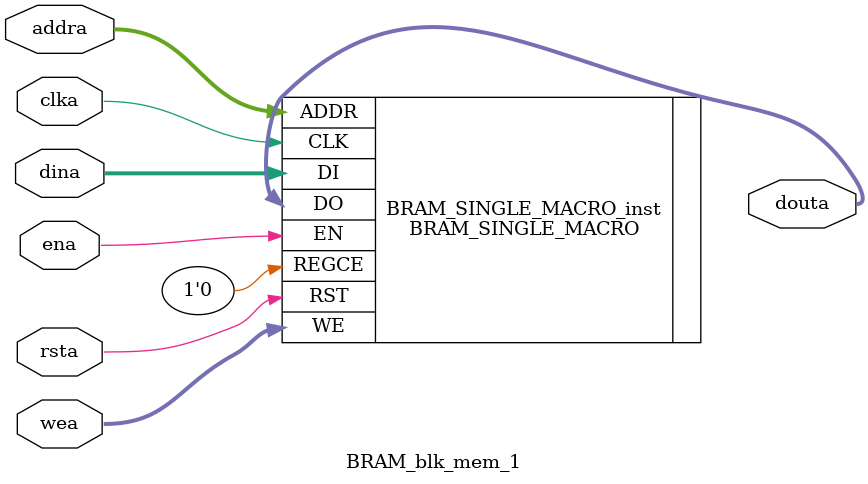
<source format=v>
`timescale 1ns/1ps

module BRAM_blk_mem_1 (
  clka,
  ena,
  wea,
  addra,
  dina,
  douta,
  rsta
);


input wire clka;

input wire ena;

input wire rsta;

input wire [1 : 0] wea;

input wire [9 : 0] addra;

input wire [15 : 0] dina;

output wire [15 : 0] douta;


// BRAM_SINGLE_MACRO : In order to incorporate this function into the design,
//   Verilog   : the following instance declaration needs to be placed
//  instance   : in the body of the design code.  The instance name
// declaration : (BRAM_SINGLE_MACRO_inst) and/or the port declarations within the
//    code     : parenthesis may be changed to properly reference and
//             : connect this function to the design.  All inputs
//             : and outputs must be connected.

//  <-----Cut code below this line---->

   // BRAM_SINGLE_MACRO: Single Port RAM
   //                    Artix-7
   // Xilinx HDL Language Template, version 2016.4
   
   /////////////////////////////////////////////////////////////////////
   //  READ_WIDTH | BRAM_SIZE | READ Depth  | ADDR Width |            //
   // WRITE_WIDTH |           | WRITE Depth |            |  WE Width  //
   // ============|===========|=============|============|============//
   //    37-72    |  "36Kb"   |      512    |    9-bit   |    8-bit   //
   //    19-36    |  "36Kb"   |     1024    |   10-bit   |    4-bit   //
   //    19-36    |  "18Kb"   |      512    |    9-bit   |    4-bit   //
   //    10-18    |  "36Kb"   |     2048    |   11-bit   |    2-bit   //
   //    10-18    |  "18Kb"   |     1024    |   10-bit   |    2-bit   //
   //     5-9     |  "36Kb"   |     4096    |   12-bit   |    1-bit   //
   //     5-9     |  "18Kb"   |     2048    |   11-bit   |    1-bit   //
   //     3-4     |  "36Kb"   |     8192    |   13-bit   |    1-bit   //
   //     3-4     |  "18Kb"   |     4096    |   12-bit   |    1-bit   //
   //       2     |  "36Kb"   |    16384    |   14-bit   |    1-bit   //
   //       2     |  "18Kb"   |     8192    |   13-bit   |    1-bit   //
   //       1     |  "36Kb"   |    32768    |   15-bit   |    1-bit   //
   //       1     |  "18Kb"   |    16384    |   14-bit   |    1-bit   //
   /////////////////////////////////////////////////////////////////////

   BRAM_SINGLE_MACRO #(
      .BRAM_SIZE("18Kb"), // Target BRAM, "18Kb" or "36Kb" 
      .DEVICE("7SERIES"), // Target Device: "7SERIES" 
      .DO_REG(0), // Optional output register (0 or 1)
      .INIT(36'h000000000), // Initial values on output port
      .INIT_FILE ("weight_1.mem"),
      .WRITE_WIDTH(16), // Valid values are 1-72 (37-72 only valid when BRAM_SIZE="36Kb")
      .READ_WIDTH(16),  // Valid values are 1-72 (37-72 only valid when BRAM_SIZE="36Kb")
      .SRVAL(36'h000000000), // Set/Reset value for port output
      .WRITE_MODE("WRITE_FIRST"), // "WRITE_FIRST", "READ_FIRST", or "NO_CHANGE" 
      .INIT_00(256'h0000000000000000000000000000000000000000000000000000000000000000),
      .INIT_01(256'h0000000000000000000000000000000000000000000000000000000000000000),
      .INIT_02(256'h0000000000000000000000000000000000000000000000000000000000000000),
      .INIT_03(256'h0000000000000000000000000000000000000000000000000000000000000000),
      .INIT_04(256'h0000000000000000000000000000000000000000000000000000000000000000),
      .INIT_05(256'h0000000000000000000000000000000000000000000000000000000000000000),
      .INIT_06(256'h0000000000000000000000000000000000000000000000000000000000000000),
      .INIT_07(256'h0000000000000000000000000000000000000000000000000000000000000000),
      .INIT_08(256'h0000000000000000000000000000000000000000000000000000000000000000),
      .INIT_09(256'h0000000000000000000000000000000000000000000000000000000000000000),
      .INIT_0A(256'h0000000000000000000000000000000000000000000000000000000000000000),
      .INIT_0B(256'h0000000000000000000000000000000000000000000000000000000000000000),
      .INIT_0C(256'h0000000000000000000000000000000000000000000000000000000000000000),
      .INIT_0D(256'h0000000000000000000000000000000000000000000000000000000000000000),
      .INIT_0E(256'h0000000000000000000000000000000000000000000000000000000000000000),
      .INIT_0F(256'h0000000000000000000000000000000000000000000000000000000000000000),
      .INIT_10(256'h0000000000000000000000000000000000000000000000000000000000000000),
      .INIT_11(256'h0000000000000000000000000000000000000000000000000000000000000000),
      .INIT_12(256'h0000000000000000000000000000000000000000000000000000000000000000),
      .INIT_13(256'h0000000000000000000000000000000000000000000000000000000000000000),
      .INIT_14(256'h0000000000000000000000000000000000000000000000000000000000000000),
      .INIT_15(256'h0000000000000000000000000000000000000000000000000000000000000000),
      .INIT_16(256'h0000000000000000000000000000000000000000000000000000000000000000),
      .INIT_17(256'h0000000000000000000000000000000000000000000000000000000000000000),
      .INIT_18(256'h0000000000000000000000000000000000000000000000000000000000000000),
      .INIT_19(256'h0000000000000000000000000000000000000000000000000000000000000000),
      .INIT_1A(256'h0000000000000000000000000000000000000000000000000000000000000000),
      .INIT_1B(256'h0000000000000000000000000000000000000000000000000000000000000000),
      .INIT_1C(256'h0000000000000000000000000000000000000000000000000000000000000000),
      .INIT_1D(256'h0000000000000000000000000000000000000000000000000000000000000000),
      .INIT_1E(256'h0000000000000000000000000000000000000000000000000000000000000000),
      .INIT_1F(256'h0000000000000000000000000000000000000000000000000000000000000000),
      .INIT_20(256'h0000000000000000000000000000000000000000000000000000000000000000),
      .INIT_21(256'h0000000000000000000000000000000000000000000000000000000000000000),
      .INIT_22(256'h0000000000000000000000000000000000000000000000000000000000000000),
      .INIT_23(256'h0000000000000000000000000000000000000000000000000000000000000000),
      .INIT_24(256'h0000000000000000000000000000000000000000000000000000000000000000),
      .INIT_25(256'h0000000000000000000000000000000000000000000000000000000000000000),
      .INIT_26(256'h0000000000000000000000000000000000000000000000000000000000000000),
      .INIT_27(256'h0000000000000000000000000000000000000000000000000000000000000000),
      .INIT_28(256'h0000000000000000000000000000000000000000000000000000000000000000),
      .INIT_29(256'h0000000000000000000000000000000000000000000000000000000000000000),
      .INIT_2A(256'h0000000000000000000000000000000000000000000000000000000000000000),
      .INIT_2B(256'h0000000000000000000000000000000000000000000000000000000000000000),
      .INIT_2C(256'h0000000000000000000000000000000000000000000000000000000000000000),
      .INIT_2D(256'h0000000000000000000000000000000000000000000000000000000000000000),
      .INIT_2E(256'h0000000000000000000000000000000000000000000000000000000000000000),
      .INIT_2F(256'h0000000000000000000000000000000000000000000000000000000000000000),
      .INIT_30(256'h0000000000000000000000000000000000000000000000000000000000000000),
      .INIT_31(256'h0000000000000000000000000000000000000000000000000000000000000000),
      .INIT_32(256'h0000000000000000000000000000000000000000000000000000000000000000),
      .INIT_33(256'h0000000000000000000000000000000000000000000000000000000000000000),
      .INIT_34(256'h0000000000000000000000000000000000000000000000000000000000000000),
      .INIT_35(256'h0000000000000000000000000000000000000000000000000000000000000000),
      .INIT_36(256'h0000000000000000000000000000000000000000000000000000000000000000),
      .INIT_37(256'h0000000000000000000000000000000000000000000000000000000000000000),
      .INIT_38(256'h0000000000000000000000000000000000000000000000000000000000000000),
      .INIT_39(256'h0000000000000000000000000000000000000000000000000000000000000000),
      .INIT_3A(256'h0000000000000000000000000000000000000000000000000000000000000000),
      .INIT_3B(256'h0000000000000000000000000000000000000000000000000000000000000000),
      .INIT_3C(256'h0000000000000000000000000000000000000000000000000000000000000000),
      .INIT_3D(256'h0000000000000000000000000000000000000000000000000000000000000000),
      .INIT_3E(256'h0000000000000000000000000000000000000000000000000000000000000000),
      .INIT_3F(256'h0000000000000000000000000000000000000000000000000000000000000000),
      
      // The next set of INIT_xx are valid when configured as 36Kb
      .INIT_40(256'h0000000000000000000000000000000000000000000000000000000000000000),
      .INIT_41(256'h0000000000000000000000000000000000000000000000000000000000000000),
      .INIT_42(256'h0000000000000000000000000000000000000000000000000000000000000000),
      .INIT_43(256'h0000000000000000000000000000000000000000000000000000000000000000),
      .INIT_44(256'h0000000000000000000000000000000000000000000000000000000000000000),
      .INIT_45(256'h0000000000000000000000000000000000000000000000000000000000000000),
      .INIT_46(256'h0000000000000000000000000000000000000000000000000000000000000000),
      .INIT_47(256'h0000000000000000000000000000000000000000000000000000000000000000),
      .INIT_48(256'h0000000000000000000000000000000000000000000000000000000000000000),
      .INIT_49(256'h0000000000000000000000000000000000000000000000000000000000000000),
      .INIT_4A(256'h0000000000000000000000000000000000000000000000000000000000000000),
      .INIT_4B(256'h0000000000000000000000000000000000000000000000000000000000000000),
      .INIT_4C(256'h0000000000000000000000000000000000000000000000000000000000000000),
      .INIT_4D(256'h0000000000000000000000000000000000000000000000000000000000000000),
      .INIT_4E(256'h0000000000000000000000000000000000000000000000000000000000000000),
      .INIT_4F(256'h0000000000000000000000000000000000000000000000000000000000000000),
      .INIT_50(256'h0000000000000000000000000000000000000000000000000000000000000000),
      .INIT_51(256'h0000000000000000000000000000000000000000000000000000000000000000),
      .INIT_52(256'h0000000000000000000000000000000000000000000000000000000000000000),
      .INIT_53(256'h0000000000000000000000000000000000000000000000000000000000000000),
      .INIT_54(256'h0000000000000000000000000000000000000000000000000000000000000000),
      .INIT_55(256'h0000000000000000000000000000000000000000000000000000000000000000),
      .INIT_56(256'h0000000000000000000000000000000000000000000000000000000000000000),
      .INIT_57(256'h0000000000000000000000000000000000000000000000000000000000000000),
      .INIT_58(256'h0000000000000000000000000000000000000000000000000000000000000000),
      .INIT_59(256'h0000000000000000000000000000000000000000000000000000000000000000),
      .INIT_5A(256'h0000000000000000000000000000000000000000000000000000000000000000),
      .INIT_5B(256'h0000000000000000000000000000000000000000000000000000000000000000),
      .INIT_5C(256'h0000000000000000000000000000000000000000000000000000000000000000),
      .INIT_5D(256'h0000000000000000000000000000000000000000000000000000000000000000),
      .INIT_5E(256'h0000000000000000000000000000000000000000000000000000000000000000),
      .INIT_5F(256'h0000000000000000000000000000000000000000000000000000000000000000),
      .INIT_60(256'h0000000000000000000000000000000000000000000000000000000000000000),
      .INIT_61(256'h0000000000000000000000000000000000000000000000000000000000000000),
      .INIT_62(256'h0000000000000000000000000000000000000000000000000000000000000000),
      .INIT_63(256'h0000000000000000000000000000000000000000000000000000000000000000),
      .INIT_64(256'h0000000000000000000000000000000000000000000000000000000000000000),
      .INIT_65(256'h0000000000000000000000000000000000000000000000000000000000000000),
      .INIT_66(256'h0000000000000000000000000000000000000000000000000000000000000000),
      .INIT_67(256'h0000000000000000000000000000000000000000000000000000000000000000),
      .INIT_68(256'h0000000000000000000000000000000000000000000000000000000000000000),
      .INIT_69(256'h0000000000000000000000000000000000000000000000000000000000000000),
      .INIT_6A(256'h0000000000000000000000000000000000000000000000000000000000000000),
      .INIT_6B(256'h0000000000000000000000000000000000000000000000000000000000000000),
      .INIT_6C(256'h0000000000000000000000000000000000000000000000000000000000000000),
      .INIT_6D(256'h0000000000000000000000000000000000000000000000000000000000000000),
      .INIT_6E(256'h0000000000000000000000000000000000000000000000000000000000000000),
      .INIT_6F(256'h0000000000000000000000000000000000000000000000000000000000000000),
      .INIT_70(256'h0000000000000000000000000000000000000000000000000000000000000000),
      .INIT_71(256'h0000000000000000000000000000000000000000000000000000000000000000),
      .INIT_72(256'h0000000000000000000000000000000000000000000000000000000000000000),
      .INIT_73(256'h0000000000000000000000000000000000000000000000000000000000000000),
      .INIT_74(256'h0000000000000000000000000000000000000000000000000000000000000000),
      .INIT_75(256'h0000000000000000000000000000000000000000000000000000000000000000),
      .INIT_76(256'h0000000000000000000000000000000000000000000000000000000000000000),
      .INIT_77(256'h0000000000000000000000000000000000000000000000000000000000000000),
      .INIT_78(256'h0000000000000000000000000000000000000000000000000000000000000000),
      .INIT_79(256'h0000000000000000000000000000000000000000000000000000000000000000),
      .INIT_7A(256'h0000000000000000000000000000000000000000000000000000000000000000),
      .INIT_7B(256'h0000000000000000000000000000000000000000000000000000000000000000),
      .INIT_7C(256'h0000000000000000000000000000000000000000000000000000000000000000),
      .INIT_7D(256'h0000000000000000000000000000000000000000000000000000000000000000),
      .INIT_7E(256'h0000000000000000000000000000000000000000000000000000000000000000),
      .INIT_7F(256'h0000000000000000000000000000000000000000000000000000000000000000),
      
      // The next set of INITP_xx are for the parity bits
      .INITP_00(256'h0000000000000000000000000000000000000000000000000000000000000000),
      .INITP_01(256'h0000000000000000000000000000000000000000000000000000000000000000),
      .INITP_02(256'h0000000000000000000000000000000000000000000000000000000000000000),
      .INITP_03(256'h0000000000000000000000000000000000000000000000000000000000000000),
      .INITP_04(256'h0000000000000000000000000000000000000000000000000000000000000000),
      .INITP_05(256'h0000000000000000000000000000000000000000000000000000000000000000),
      .INITP_06(256'h0000000000000000000000000000000000000000000000000000000000000000),
      .INITP_07(256'h0000000000000000000000000000000000000000000000000000000000000000),
      
      // The next set of INIT_xx are valid when configured as 36Kb
      .INITP_08(256'h0000000000000000000000000000000000000000000000000000000000000000),
      .INITP_09(256'h0000000000000000000000000000000000000000000000000000000000000000),
      .INITP_0A(256'h0000000000000000000000000000000000000000000000000000000000000000),
      .INITP_0B(256'h0000000000000000000000000000000000000000000000000000000000000000),
      .INITP_0C(256'h0000000000000000000000000000000000000000000000000000000000000000),
      .INITP_0D(256'h0000000000000000000000000000000000000000000000000000000000000000),
      .INITP_0E(256'h0000000000000000000000000000000000000000000000000000000000000000),
      .INITP_0F(256'h0000000000000000000000000000000000000000000000000000000000000000)
   ) BRAM_SINGLE_MACRO_inst (
      .DO(douta),       // Output data, width defined by READ_WIDTH parameter
      .ADDR(addra),   // Input address, width defined by read/write port depth
      .CLK(clka),     // 1-bit input clock
      .DI(dina),       // Input data port, width defined by WRITE_WIDTH parameter
      .EN(ena),       // 1-bit input RAM enable
      .REGCE(1'D0), // 1-bit input output register enable
      .RST(rsta),     // 1-bit input reset
      .WE(wea)        // Input write enable, width defined by write port depth
   );

   // End of BRAM_SINGLE_MACRO_inst instantiation
				
				
				
  
endmodule

</source>
